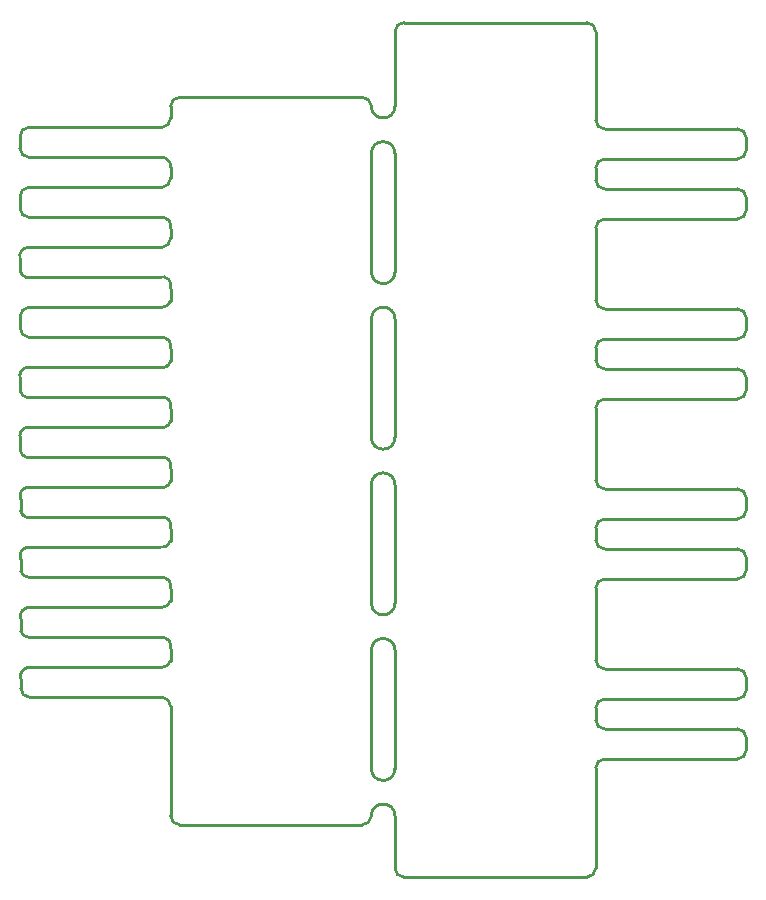
<source format=gbr>
%TF.GenerationSoftware,KiCad,Pcbnew,7.0.10*%
%TF.CreationDate,2024-08-03T20:42:22-04:00*%
%TF.ProjectId,12.X.2 - PLC Connector Combined,31322e58-2e32-4202-9d20-504c4320436f,rev?*%
%TF.SameCoordinates,Original*%
%TF.FileFunction,Profile,NP*%
%FSLAX46Y46*%
G04 Gerber Fmt 4.6, Leading zero omitted, Abs format (unit mm)*
G04 Created by KiCad (PCBNEW 7.0.10) date 2024-08-03 20:42:22*
%MOMM*%
%LPD*%
G01*
G04 APERTURE LIST*
%TA.AperFunction,Profile*%
%ADD10C,0.250000*%
%TD*%
G04 APERTURE END LIST*
D10*
X71299176Y-75984877D02*
X82550000Y-75984877D01*
X83299882Y-104885087D02*
G75*
G03*
X82359425Y-103922498I-707082J249887D01*
G01*
X83300007Y-84565132D02*
G75*
G03*
X82327201Y-83602498I-702307J263132D01*
G01*
X102300000Y-73115129D02*
G75*
G03*
X100300000Y-73115129I-1000000J0D01*
G01*
X70591481Y-98321250D02*
X70589831Y-97281251D01*
X82550000Y-75984800D02*
G75*
G03*
X83300000Y-75234877I100J749900D01*
G01*
X131300000Y-109143007D02*
X120050000Y-109143007D01*
X132050000Y-122593007D02*
X132050000Y-123633007D01*
X70575001Y-87933687D02*
X70573355Y-86896067D01*
X119300000Y-79413007D02*
X119300000Y-85533007D01*
X82351365Y-98842497D02*
X71100541Y-98842497D01*
X131300000Y-109143000D02*
G75*
G03*
X132050000Y-108393007I0J750000D01*
G01*
X119300000Y-109893007D02*
X119300000Y-116013007D01*
X83300000Y-85605129D02*
X83300000Y-84565129D01*
X118550000Y-134383007D02*
X103050000Y-134383007D01*
X82550000Y-70904800D02*
G75*
G03*
X83300000Y-70154877I100J749900D01*
G01*
X120050000Y-71043007D02*
X131300000Y-71043007D01*
X131300000Y-78663007D02*
X120050000Y-78663007D01*
X100300066Y-69115129D02*
G75*
G03*
X99550000Y-68365134I-750066J-71D01*
G01*
X100300000Y-115180000D02*
X100300000Y-125200000D01*
X132049993Y-76873007D02*
G75*
G03*
X131300000Y-76123007I-749993J7D01*
G01*
X83299915Y-79485104D02*
G75*
G03*
X82559706Y-78522498I-719015J213004D01*
G01*
X71299983Y-111544877D02*
X82549983Y-111544877D01*
X100300000Y-125200000D02*
G75*
G03*
X102300000Y-125200000I1000000J0D01*
G01*
X71299176Y-75984920D02*
G75*
G03*
X70557260Y-76751277I7824J-749880D01*
G01*
X71299981Y-116624833D02*
G75*
G03*
X70622069Y-117601225I36919J-749167D01*
G01*
X132050000Y-102273007D02*
X132050000Y-103313007D01*
X102300000Y-115180000D02*
G75*
G03*
X100300000Y-115180000I-1000000J0D01*
G01*
X131300000Y-93903007D02*
X120050000Y-93903007D01*
X120050000Y-104063000D02*
G75*
G03*
X119300000Y-104813007I0J-750000D01*
G01*
X70599532Y-103401245D02*
G75*
G03*
X71108601Y-103922497I723568J197445D01*
G01*
X132050000Y-107353007D02*
X132050000Y-108393007D01*
X70550823Y-72693687D02*
X70549177Y-71656067D01*
X71104699Y-101384881D02*
G75*
G03*
X70597890Y-102361245I199201J-723119D01*
G01*
X70567266Y-83081279D02*
G75*
G03*
X71076377Y-83602497I723434J197379D01*
G01*
X120050000Y-106603007D02*
X131300000Y-106603007D01*
X70550804Y-72693687D02*
G75*
G03*
X71300822Y-73442497I749996J1187D01*
G01*
X71299176Y-81064877D02*
X82550000Y-81064877D01*
X71096629Y-96304841D02*
G75*
G03*
X70589832Y-97281251I199271J-723159D01*
G01*
X82343306Y-93762497D02*
X71092482Y-93762497D01*
X102300000Y-97155129D02*
X102300000Y-87135129D01*
X131300000Y-88823007D02*
X120050000Y-88823007D01*
X82549983Y-114082497D02*
X71299983Y-114082497D01*
X120050000Y-121843007D02*
X131300000Y-121843007D01*
X102300000Y-101160000D02*
G75*
G03*
X100300000Y-101160000I-1000000J0D01*
G01*
X70607613Y-108481233D02*
G75*
G03*
X71299983Y-109002497I714387J228433D01*
G01*
X83300000Y-70154877D02*
X83300000Y-69115134D01*
X132050000Y-76873007D02*
X132050000Y-77913007D01*
X131300000Y-119303000D02*
G75*
G03*
X132050000Y-118553007I0J750000D01*
G01*
X100300000Y-87135129D02*
X100300000Y-97155129D01*
X119299993Y-62793007D02*
G75*
G03*
X118550000Y-62043007I-749993J7D01*
G01*
X120050000Y-88823000D02*
G75*
G03*
X119300000Y-89573007I0J-750000D01*
G01*
X71323354Y-86144877D02*
X82574178Y-86144877D01*
X83300000Y-75234877D02*
X83300000Y-74242162D01*
X119299993Y-121093007D02*
G75*
G03*
X120050000Y-121843007I750007J7D01*
G01*
X84050000Y-68365100D02*
G75*
G03*
X83300000Y-69115134I0J-750000D01*
G01*
X132049993Y-122593007D02*
G75*
G03*
X131300000Y-121843007I-749993J7D01*
G01*
X82575824Y-88682497D02*
X71325000Y-88682497D01*
X132049993Y-102273007D02*
G75*
G03*
X131300000Y-101523007I-749993J7D01*
G01*
X102300000Y-125200000D02*
X102300000Y-115180000D01*
X132049993Y-107353007D02*
G75*
G03*
X131300000Y-106603007I-749993J7D01*
G01*
X102300000Y-87135129D02*
G75*
G03*
X100300000Y-87135129I-1000000J0D01*
G01*
X70575004Y-87933687D02*
G75*
G03*
X71325000Y-88682497I749996J1187D01*
G01*
X71112753Y-106464857D02*
G75*
G03*
X70605951Y-107441238I199247J-723143D01*
G01*
X82327201Y-83602497D02*
X71076377Y-83602497D01*
X103049146Y-62043007D02*
X118550000Y-62043007D01*
X132050000Y-117513007D02*
X132050000Y-118553007D01*
X119299993Y-90613007D02*
G75*
G03*
X120050000Y-91363007I750007J7D01*
G01*
X120050000Y-86283007D02*
X131300000Y-86283007D01*
X131300000Y-78663000D02*
G75*
G03*
X132050000Y-77913007I0J750000D01*
G01*
X132049993Y-92113007D02*
G75*
G03*
X131300000Y-91363007I-749993J7D01*
G01*
X119300000Y-74333007D02*
X119300000Y-75373007D01*
X132049993Y-117513007D02*
G75*
G03*
X131300000Y-116763007I-749993J7D01*
G01*
X70583430Y-93241254D02*
G75*
G03*
X71092482Y-93762496I723570J197454D01*
G01*
X120050000Y-76123007D02*
X131300000Y-76123007D01*
X100300000Y-101160000D02*
X100300000Y-111180000D01*
X71088580Y-91224877D02*
X82339404Y-91224877D01*
X119299993Y-116013007D02*
G75*
G03*
X120050000Y-116763007I750007J7D01*
G01*
X100300000Y-111180000D02*
G75*
G03*
X102300000Y-111180000I1000000J0D01*
G01*
X71299175Y-81064910D02*
G75*
G03*
X70565654Y-82041270I-18675J-749690D01*
G01*
X131300000Y-124383000D02*
G75*
G03*
X132050000Y-123633007I0J750000D01*
G01*
X82359425Y-103922497D02*
X71108601Y-103922497D01*
X120050000Y-116763007D02*
X131300000Y-116763007D01*
X120050000Y-78663000D02*
G75*
G03*
X119300000Y-79413007I0J-750000D01*
G01*
X83299921Y-89645106D02*
G75*
G03*
X82575824Y-88682498I-719121J212706D01*
G01*
X100300000Y-73115129D02*
X100300000Y-83135129D01*
X120050000Y-124383000D02*
G75*
G03*
X119300000Y-125133007I0J-750000D01*
G01*
X120050000Y-119303000D02*
G75*
G03*
X119300000Y-120053007I0J-750000D01*
G01*
X83300000Y-80314877D02*
X83300000Y-79485129D01*
X120050000Y-91363007D02*
X131300000Y-91363007D01*
X83300000Y-116085129D02*
X83300000Y-115045129D01*
X82549983Y-109002497D02*
X71299983Y-109002497D01*
X70623358Y-118413687D02*
X70622069Y-117601225D01*
X71299176Y-70904877D02*
X82550000Y-70904877D01*
X132050000Y-71793007D02*
X132050000Y-72833007D01*
X119300000Y-89573007D02*
X119300000Y-90613007D01*
X119300000Y-62793007D02*
X119300000Y-70293007D01*
X83300064Y-74242166D02*
G75*
G03*
X82551646Y-73442497I-748464J49566D01*
G01*
X120050000Y-93903000D02*
G75*
G03*
X119300000Y-94653007I0J-750000D01*
G01*
X71112758Y-106464877D02*
X82363582Y-106464877D01*
X119299993Y-70293007D02*
G75*
G03*
X120050000Y-71043007I750007J7D01*
G01*
X102300000Y-111180000D02*
X102300000Y-101160000D01*
X132050000Y-87033007D02*
X132050000Y-88073007D01*
X102300000Y-129200000D02*
G75*
G03*
X100300000Y-129200000I-1000000J0D01*
G01*
X100300000Y-97155129D02*
G75*
G03*
X102300000Y-97155129I1000000J0D01*
G01*
X84050000Y-68365134D02*
X99550000Y-68365134D01*
X100300000Y-69115129D02*
G75*
G03*
X102300000Y-69115129I1000000J0D01*
G01*
X83300000Y-129200000D02*
G75*
G03*
X84050000Y-129950000I750000J0D01*
G01*
X82624181Y-119162497D02*
X71373357Y-119162497D01*
X131300000Y-73583007D02*
X120050000Y-73583007D01*
X71323354Y-86144855D02*
G75*
G03*
X70573356Y-86896067I46J-750045D01*
G01*
X102299993Y-133633007D02*
G75*
G03*
X103050000Y-134383007I750007J7D01*
G01*
X83300000Y-105925129D02*
X83300000Y-104885129D01*
X119299993Y-105853007D02*
G75*
G03*
X120050000Y-106603007I750007J7D01*
G01*
X71096639Y-96304877D02*
X82347463Y-96304877D01*
X70558882Y-77773687D02*
X70557260Y-76751277D01*
X70558904Y-77773687D02*
G75*
G03*
X71308882Y-78522497I749996J1187D01*
G01*
X83300088Y-109965155D02*
G75*
G03*
X82549983Y-109002498I-719088J213255D01*
G01*
X99550000Y-129950000D02*
X84050000Y-129950000D01*
X82549982Y-116624895D02*
G75*
G03*
X83300000Y-116085129I29918J749395D01*
G01*
X119299993Y-100773007D02*
G75*
G03*
X120050000Y-101523007I750007J7D01*
G01*
X102300000Y-83135129D02*
X102300000Y-73115129D01*
X83300038Y-94725143D02*
G75*
G03*
X82343306Y-93762497I-704938J256143D01*
G01*
X70591450Y-98321259D02*
G75*
G03*
X71100541Y-98842496I723450J197359D01*
G01*
X120050000Y-73583000D02*
G75*
G03*
X119300000Y-74333007I0J-750000D01*
G01*
X71088577Y-91224865D02*
G75*
G03*
X70581772Y-92201257I199223J-723135D01*
G01*
X102300000Y-69115129D02*
X102300000Y-62757221D01*
X131300000Y-104063007D02*
X120050000Y-104063007D01*
X70567303Y-83081269D02*
X70565653Y-82041270D01*
X71299176Y-70904877D02*
G75*
G03*
X70549178Y-71656067I24J-750023D01*
G01*
X100300000Y-83135129D02*
G75*
G03*
X102300000Y-83135129I1000000J0D01*
G01*
X119300000Y-94653007D02*
X119300000Y-100773007D01*
X132050000Y-92113007D02*
X132050000Y-93153007D01*
X82363560Y-106464954D02*
G75*
G03*
X83299999Y-105925129I208440J720554D01*
G01*
X70623304Y-118413687D02*
G75*
G03*
X71373357Y-119162497I750096J1287D01*
G01*
X119299993Y-75373007D02*
G75*
G03*
X120050000Y-76123007I750007J7D01*
G01*
X83300000Y-100845129D02*
X83300000Y-99805129D01*
X70615659Y-113561230D02*
X70614009Y-112521232D01*
X82574178Y-86144941D02*
G75*
G03*
X83300000Y-85605129I5822J750041D01*
G01*
X83299969Y-99805118D02*
G75*
G03*
X82351365Y-98842497I-706069J252918D01*
G01*
X83300088Y-115045155D02*
G75*
G03*
X82549983Y-114082498I-719088J213255D01*
G01*
X70583422Y-93241256D02*
X70581772Y-92201257D01*
X99550000Y-129950000D02*
G75*
G03*
X100300000Y-129200000I0J750000D01*
G01*
X132049993Y-71793007D02*
G75*
G03*
X131300000Y-71043007I-749993J7D01*
G01*
X71299983Y-116624877D02*
X82549983Y-116624877D01*
X118550000Y-134383000D02*
G75*
G03*
X119300000Y-133633007I0J750000D01*
G01*
X83299980Y-119908820D02*
G75*
G03*
X82624181Y-119162498I-749980J20D01*
G01*
X102300000Y-133633007D02*
X102300000Y-129200000D01*
X83300000Y-95765129D02*
X83300000Y-94725129D01*
X71104698Y-101384877D02*
X82355522Y-101384877D01*
X70615704Y-113561216D02*
G75*
G03*
X71299983Y-114082497I714396J228016D01*
G01*
X83300000Y-111005129D02*
X83300000Y-109965129D01*
X131300000Y-73583000D02*
G75*
G03*
X132050000Y-72833007I0J750000D01*
G01*
X82550000Y-81064800D02*
G75*
G03*
X83300000Y-80314877I100J749900D01*
G01*
X119300000Y-104813007D02*
X119300000Y-105853007D01*
X119300000Y-120053007D02*
X119300000Y-121093007D01*
X131300000Y-88823000D02*
G75*
G03*
X132050000Y-88073007I0J750000D01*
G01*
X82559706Y-78522497D02*
X71308882Y-78522497D01*
X82339408Y-91224864D02*
G75*
G03*
X83299999Y-90685129I230992J713564D01*
G01*
X131300000Y-104063000D02*
G75*
G03*
X132050000Y-103313007I0J750000D01*
G01*
X120050000Y-101523007D02*
X131300000Y-101523007D01*
X70599540Y-103401243D02*
X70597890Y-102361245D01*
X131300000Y-93903000D02*
G75*
G03*
X132050000Y-93153007I0J750000D01*
G01*
X132049993Y-87033007D02*
G75*
G03*
X131300000Y-86283007I-749993J7D01*
G01*
X119299993Y-85533007D02*
G75*
G03*
X120050000Y-86283007I750007J7D01*
G01*
X83300000Y-90685129D02*
X83300000Y-89645129D01*
X70607600Y-108481237D02*
X70605950Y-107441238D01*
X71299984Y-111544905D02*
G75*
G03*
X70614010Y-112521232I28816J-749395D01*
G01*
X131300000Y-124383007D02*
X120050000Y-124383007D01*
X82549982Y-111544895D02*
G75*
G03*
X83300000Y-111005129I29918J749395D01*
G01*
X103049146Y-62042947D02*
G75*
G03*
X102300001Y-62757221I54J-750053D01*
G01*
X120050000Y-109143000D02*
G75*
G03*
X119300000Y-109893007I0J-750000D01*
G01*
X82347461Y-96304885D02*
G75*
G03*
X83299999Y-95765129I223539J715885D01*
G01*
X83300000Y-129200000D02*
X83300000Y-119908820D01*
X119300000Y-125133007D02*
X119300000Y-133633007D01*
X82551646Y-73442497D02*
X71300822Y-73442497D01*
X82355514Y-101384904D02*
G75*
G03*
X83299999Y-100845129I216086J718104D01*
G01*
X131300000Y-119303007D02*
X120050000Y-119303007D01*
M02*

</source>
